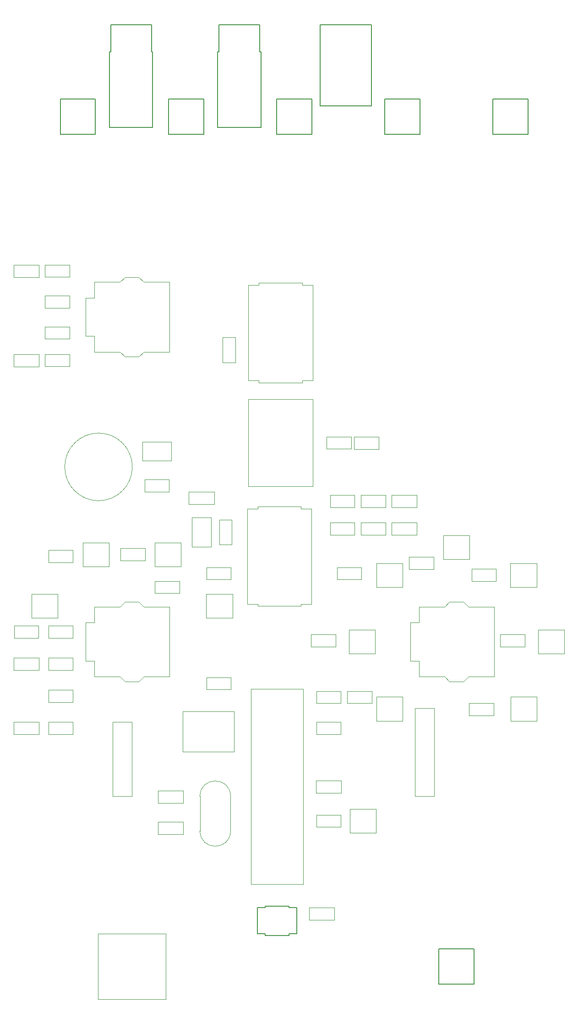
<source format=gbr>
%TF.GenerationSoftware,KiCad,Pcbnew,9.0.6*%
%TF.CreationDate,2026-02-15T15:53:08-05:00*%
%TF.ProjectId,Darkroom Timer,4461726b-726f-46f6-9d20-54696d65722e,rev?*%
%TF.SameCoordinates,Original*%
%TF.FileFunction,Other,User*%
%FSLAX46Y46*%
G04 Gerber Fmt 4.6, Leading zero omitted, Abs format (unit mm)*
G04 Created by KiCad (PCBNEW 9.0.6) date 2026-02-15 15:53:08*
%MOMM*%
%LPD*%
G01*
G04 APERTURE LIST*
%ADD10C,0.050000*%
%ADD11C,0.152400*%
G04 APERTURE END LIST*
D10*
%TO.C,C10*%
X98030000Y-104895000D02*
X102630000Y-104895000D01*
X98030000Y-107195000D02*
X98030000Y-104895000D01*
X102630000Y-104895000D02*
X102630000Y-107195000D01*
X102630000Y-107195000D02*
X98030000Y-107195000D01*
D11*
%TO.C,SW8*%
X96748800Y-31746699D02*
X96748800Y-38253300D01*
X96748800Y-38253300D02*
X103251200Y-38253300D01*
X103251200Y-31746699D02*
X96748800Y-31746699D01*
X103251200Y-38253300D02*
X103251200Y-31746699D01*
D10*
%TO.C,C5*%
X82790000Y-181095000D02*
X87390000Y-181095000D01*
X82790000Y-183395000D02*
X82790000Y-181095000D01*
X87390000Y-181095000D02*
X87390000Y-183395000D01*
X87390000Y-183395000D02*
X82790000Y-183395000D01*
%TO.C,D13*%
X90290000Y-162890000D02*
X90290000Y-167310000D01*
X90290000Y-167310000D02*
X95130000Y-167310000D01*
X95130000Y-162890000D02*
X90290000Y-162890000D01*
X95130000Y-167310000D02*
X95130000Y-162890000D01*
%TO.C,R10*%
X118050000Y-130630000D02*
X122610000Y-130630000D01*
X118050000Y-132890000D02*
X118050000Y-130630000D01*
X122610000Y-130630000D02*
X122610000Y-132890000D01*
X122610000Y-132890000D02*
X118050000Y-132890000D01*
%TO.C,Q3*%
X61115000Y-109060000D02*
X64615000Y-109060000D01*
X61115000Y-114460000D02*
X61115000Y-109060000D01*
X64615000Y-109060000D02*
X64615000Y-114460000D01*
X64615000Y-114460000D02*
X61115000Y-114460000D01*
%TO.C,R20*%
X33915000Y-73800000D02*
X38475000Y-73800000D01*
X33915000Y-76060000D02*
X33915000Y-73800000D01*
X38475000Y-73800000D02*
X38475000Y-76060000D01*
X38475000Y-76060000D02*
X33915000Y-76060000D01*
D11*
%TO.C,J1*%
X45844500Y-22990599D02*
X45844500Y-37011399D01*
X45844500Y-37011399D02*
X53845500Y-37011399D01*
X46085800Y-17986799D02*
X46085800Y-22990599D01*
X46085800Y-22990599D02*
X45844500Y-22990599D01*
X53604200Y-17986799D02*
X46085800Y-17986799D01*
X53604200Y-22990599D02*
X53604200Y-17986799D01*
X53845500Y-22990599D02*
X53604200Y-22990599D01*
X53845500Y-37011399D02*
X53845500Y-22990599D01*
%TO.C,SW6*%
X56748800Y-31746699D02*
X56748800Y-38253300D01*
X56748800Y-38253300D02*
X63251200Y-38253300D01*
X63251200Y-31746699D02*
X56748800Y-31746699D01*
X63251200Y-38253300D02*
X63251200Y-31746699D01*
D10*
%TO.C,R14*%
X84080000Y-163970000D02*
X88640000Y-163970000D01*
X84080000Y-166230000D02*
X84080000Y-163970000D01*
X88640000Y-163970000D02*
X88640000Y-166230000D01*
X88640000Y-166230000D02*
X84080000Y-166230000D01*
%TO.C,R9*%
X112777500Y-118565000D02*
X117337500Y-118565000D01*
X112777500Y-120825000D02*
X112777500Y-118565000D01*
X117337500Y-118565000D02*
X117337500Y-120825000D01*
X117337500Y-120825000D02*
X112777500Y-120825000D01*
%TO.C,R24*%
X34550000Y-129045000D02*
X39110000Y-129045000D01*
X34550000Y-131305000D02*
X34550000Y-129045000D01*
X39110000Y-129045000D02*
X39110000Y-131305000D01*
X39110000Y-131305000D02*
X34550000Y-131305000D01*
%TO.C,C1*%
X91045000Y-94100000D02*
X95645000Y-94100000D01*
X91045000Y-96400000D02*
X91045000Y-94100000D01*
X95645000Y-94100000D02*
X95645000Y-96400000D01*
X95645000Y-96400000D02*
X91045000Y-96400000D01*
%TO.C,R16*%
X84080000Y-146825000D02*
X88640000Y-146825000D01*
X84080000Y-149085000D02*
X84080000Y-146825000D01*
X88640000Y-146825000D02*
X88640000Y-149085000D01*
X88640000Y-149085000D02*
X84080000Y-149085000D01*
%TO.C,BZ1*%
X50075000Y-99695000D02*
G75*
G02*
X37575000Y-99695000I-6250000J0D01*
G01*
X37575000Y-99695000D02*
G75*
G02*
X50075000Y-99695000I6250000J0D01*
G01*
%TO.C,C2*%
X66160000Y-109460000D02*
X68460000Y-109460000D01*
X66160000Y-114060000D02*
X66160000Y-109460000D01*
X68460000Y-109460000D02*
X68460000Y-114060000D01*
X68460000Y-114060000D02*
X66160000Y-114060000D01*
%TO.C,R12*%
X85985000Y-94120000D02*
X90545000Y-94120000D01*
X85985000Y-96380000D02*
X85985000Y-94120000D01*
X90545000Y-94120000D02*
X90545000Y-96380000D01*
X90545000Y-96380000D02*
X85985000Y-96380000D01*
D11*
%TO.C,J3*%
X84785200Y-17986799D02*
X84785200Y-32998199D01*
X84785200Y-32998199D02*
X94284800Y-32998199D01*
X94284800Y-17986799D02*
X84785200Y-17986799D01*
X94284800Y-32998199D02*
X94284800Y-17986799D01*
D10*
%TO.C,SW11*%
X59385000Y-144840000D02*
X59635000Y-144840000D01*
X59385000Y-145090000D02*
X59385000Y-144840000D01*
X59385000Y-152090000D02*
X59385000Y-145090000D01*
X59385000Y-152090000D02*
X59385000Y-152340000D01*
X59385000Y-152340000D02*
X59635000Y-152340000D01*
X59635000Y-144840000D02*
X68635000Y-144840000D01*
X68635000Y-144840000D02*
X68885000Y-144840000D01*
X68635000Y-152340000D02*
X59635000Y-152340000D01*
X68635000Y-152340000D02*
X68885000Y-152340000D01*
X68885000Y-144840000D02*
X68885000Y-145090000D01*
X68885000Y-145090000D02*
X68885000Y-152090000D01*
X68885000Y-152340000D02*
X68885000Y-152090000D01*
%TO.C,U4*%
X71540000Y-87200000D02*
X71540000Y-103300000D01*
X71540000Y-87200000D02*
X83400000Y-87200000D01*
X71540000Y-103300000D02*
X83400000Y-103300000D01*
X83400000Y-87200000D02*
X83400000Y-103300000D01*
%TO.C,R2*%
X34550000Y-115075000D02*
X39110000Y-115075000D01*
X34550000Y-117335000D02*
X34550000Y-115075000D01*
X39110000Y-115075000D02*
X39110000Y-117335000D01*
X39110000Y-117335000D02*
X34550000Y-117335000D01*
%TO.C,SW1*%
X41450000Y-68450000D02*
X43050000Y-68450000D01*
X41450000Y-75550000D02*
X41450000Y-68450000D01*
X43050000Y-65550000D02*
X47800000Y-65550000D01*
X43050000Y-68450000D02*
X43050000Y-65550000D01*
X43050000Y-75550000D02*
X41450000Y-75550000D01*
X43050000Y-78450000D02*
X43050000Y-75550000D01*
X47800000Y-65550000D02*
X48700000Y-64650000D01*
X47800000Y-78450000D02*
X43050000Y-78450000D01*
X47800000Y-78450000D02*
X48700000Y-79350000D01*
X48700000Y-64650000D02*
X51300000Y-64650000D01*
X51300000Y-79350000D02*
X48700000Y-79350000D01*
X52200000Y-65550000D02*
X51300000Y-64650000D01*
X52200000Y-65550000D02*
X56950000Y-65550000D01*
X52200000Y-78450000D02*
X51300000Y-79350000D01*
X56950000Y-65550000D02*
X56950000Y-78450000D01*
X56950000Y-78450000D02*
X52200000Y-78450000D01*
%TO.C,R30*%
X63760000Y-118250000D02*
X68320000Y-118250000D01*
X63760000Y-120510000D02*
X63760000Y-118250000D01*
X68320000Y-118250000D02*
X68320000Y-120510000D01*
X68320000Y-120510000D02*
X63760000Y-120510000D01*
D11*
%TO.C,SW10*%
X106748800Y-188746699D02*
X106748800Y-195253300D01*
X106748800Y-195253300D02*
X113251200Y-195253300D01*
X113251200Y-188746699D02*
X106748800Y-188746699D01*
X113251200Y-195253300D02*
X113251200Y-188746699D01*
D10*
%TO.C,D9*%
X119965000Y-117490000D02*
X119965000Y-121910000D01*
X119965000Y-121910000D02*
X124805000Y-121910000D01*
X124805000Y-117490000D02*
X119965000Y-117490000D01*
X124805000Y-121910000D02*
X124805000Y-117490000D01*
%TO.C,D11*%
X120000000Y-142190000D02*
X120000000Y-146610000D01*
X120000000Y-146610000D02*
X124840000Y-146610000D01*
X124840000Y-142190000D02*
X120000000Y-142190000D01*
X124840000Y-146610000D02*
X124840000Y-142190000D01*
%TO.C,R27*%
X92335000Y-109995000D02*
X96895000Y-109995000D01*
X92335000Y-112255000D02*
X92335000Y-109995000D01*
X96895000Y-109995000D02*
X96895000Y-112255000D01*
X96895000Y-112255000D02*
X92335000Y-112255000D01*
%TO.C,R5*%
X89795000Y-141110000D02*
X94355000Y-141110000D01*
X89795000Y-143370000D02*
X89795000Y-141110000D01*
X94355000Y-141110000D02*
X94355000Y-143370000D01*
X94355000Y-143370000D02*
X89795000Y-143370000D01*
%TO.C,R4*%
X54235000Y-120790000D02*
X58795000Y-120790000D01*
X54235000Y-123050000D02*
X54235000Y-120790000D01*
X58795000Y-120790000D02*
X58795000Y-123050000D01*
X58795000Y-123050000D02*
X54235000Y-123050000D01*
%TO.C,R11*%
X112335000Y-143330000D02*
X116895000Y-143330000D01*
X112335000Y-145590000D02*
X112335000Y-143330000D01*
X116895000Y-143330000D02*
X116895000Y-145590000D01*
X116895000Y-145590000D02*
X112335000Y-145590000D01*
%TO.C,R17*%
X52330000Y-102050000D02*
X56890000Y-102050000D01*
X52330000Y-104310000D02*
X52330000Y-102050000D01*
X56890000Y-102050000D02*
X56890000Y-104310000D01*
X56890000Y-104310000D02*
X52330000Y-104310000D01*
D11*
%TO.C,J5*%
X65849500Y-22990599D02*
X65849500Y-37011399D01*
X65849500Y-37011399D02*
X73850500Y-37011399D01*
X66090800Y-17986799D02*
X66090800Y-22990599D01*
X66090800Y-22990599D02*
X65849500Y-22990599D01*
X73609200Y-17986799D02*
X66090800Y-17986799D01*
X73609200Y-22990599D02*
X73609200Y-17986799D01*
X73850500Y-22990599D02*
X73609200Y-22990599D01*
X73850500Y-37011399D02*
X73850500Y-22990599D01*
D10*
%TO.C,U1*%
X71540000Y-66120000D02*
X73470000Y-66120000D01*
X71540000Y-83740000D02*
X71540000Y-66120000D01*
X73470000Y-65730000D02*
X81470000Y-65730000D01*
X73470000Y-66120000D02*
X73470000Y-65730000D01*
X73470000Y-83740000D02*
X71540000Y-83740000D01*
X73470000Y-84130000D02*
X73470000Y-83740000D01*
X81470000Y-65730000D02*
X81470000Y-66120000D01*
X81470000Y-66120000D02*
X83400000Y-66120000D01*
X81470000Y-83740000D02*
X81470000Y-84130000D01*
X81470000Y-84130000D02*
X73470000Y-84130000D01*
X83400000Y-66120000D02*
X83400000Y-83740000D01*
X83400000Y-83740000D02*
X81470000Y-83740000D01*
%TO.C,D10*%
X125095000Y-129790000D02*
X125095000Y-134210000D01*
X125095000Y-134210000D02*
X129935000Y-134210000D01*
X129935000Y-129790000D02*
X125095000Y-129790000D01*
X129935000Y-134210000D02*
X129935000Y-129790000D01*
%TO.C,R25*%
X34550000Y-140898333D02*
X39110000Y-140898333D01*
X34550000Y-143158333D02*
X34550000Y-140898333D01*
X39110000Y-140898333D02*
X39110000Y-143158333D01*
X39110000Y-143158333D02*
X34550000Y-143158333D01*
%TO.C,D4*%
X63750000Y-123190000D02*
X63750000Y-127610000D01*
X63750000Y-127610000D02*
X68590000Y-127610000D01*
X68590000Y-123190000D02*
X63750000Y-123190000D01*
X68590000Y-127610000D02*
X68590000Y-123190000D01*
%TO.C,R1*%
X28200000Y-129045000D02*
X32760000Y-129045000D01*
X28200000Y-131305000D02*
X28200000Y-129045000D01*
X32760000Y-129045000D02*
X32760000Y-131305000D01*
X32760000Y-131305000D02*
X28200000Y-131305000D01*
%TO.C,R8*%
X101225000Y-116345000D02*
X105785000Y-116345000D01*
X101225000Y-118605000D02*
X101225000Y-116345000D01*
X105785000Y-116345000D02*
X105785000Y-118605000D01*
X105785000Y-118605000D02*
X101225000Y-118605000D01*
%TO.C,Y2*%
X62575000Y-166930000D02*
X62575000Y-160530000D01*
X68235000Y-160530000D02*
X68235000Y-166930000D01*
X62575000Y-160530000D02*
G75*
G02*
X68235000Y-160530000I2830000J0D01*
G01*
X68235000Y-166930000D02*
G75*
G02*
X62575000Y-166930000I-2830000J0D01*
G01*
%TO.C,D12*%
X60515000Y-104260000D02*
X65215000Y-104260000D01*
X60515000Y-106560000D02*
X60515000Y-104260000D01*
X65215000Y-106560000D02*
X60515000Y-106560000D01*
X65215000Y-106560000D02*
X65215000Y-104260000D01*
%TO.C,R18*%
X33915000Y-62370000D02*
X38475000Y-62370000D01*
X33915000Y-64630000D02*
X33915000Y-62370000D01*
X38475000Y-62370000D02*
X38475000Y-64630000D01*
X38475000Y-64630000D02*
X33915000Y-64630000D01*
%TO.C,J2*%
X46460000Y-146790000D02*
X50010000Y-146790000D01*
X46460000Y-160490000D02*
X46460000Y-146790000D01*
X50010000Y-146790000D02*
X50010000Y-160490000D01*
X50010000Y-160490000D02*
X46460000Y-160490000D01*
%TO.C,D8*%
X107539039Y-112310000D02*
X107539039Y-116730000D01*
X107539039Y-116730000D02*
X112379039Y-116730000D01*
X112379039Y-112310000D02*
X107539039Y-112310000D01*
X112379039Y-116730000D02*
X112379039Y-112310000D01*
%TO.C,D1*%
X31460000Y-123190000D02*
X31460000Y-127610000D01*
X31460000Y-127610000D02*
X36300000Y-127610000D01*
X36300000Y-123190000D02*
X31460000Y-123190000D01*
X36300000Y-127610000D02*
X36300000Y-123190000D01*
%TO.C,R7*%
X87890000Y-118250000D02*
X92450000Y-118250000D01*
X87890000Y-120510000D02*
X87890000Y-118250000D01*
X92450000Y-118250000D02*
X92450000Y-120510000D01*
X92450000Y-120510000D02*
X87890000Y-120510000D01*
%TO.C,C6*%
X28180000Y-78860000D02*
X32780000Y-78860000D01*
X28180000Y-81160000D02*
X28180000Y-78860000D01*
X32780000Y-78860000D02*
X32780000Y-81160000D01*
X32780000Y-81160000D02*
X28180000Y-81160000D01*
%TO.C,C9*%
X28180000Y-146805000D02*
X32780000Y-146805000D01*
X28180000Y-149105000D02*
X28180000Y-146805000D01*
X32780000Y-146805000D02*
X32780000Y-149105000D01*
X32780000Y-149105000D02*
X28180000Y-149105000D01*
%TO.C,R22*%
X34550000Y-134971667D02*
X39110000Y-134971667D01*
X34550000Y-137231667D02*
X34550000Y-134971667D01*
X39110000Y-134971667D02*
X39110000Y-137231667D01*
X39110000Y-137231667D02*
X34550000Y-137231667D01*
%TO.C,SW4*%
X43770000Y-185910000D02*
X56230000Y-185910000D01*
X43770000Y-198070000D02*
X43770000Y-185910000D01*
X56230000Y-185910000D02*
X56230000Y-198070000D01*
X56230000Y-198070000D02*
X43770000Y-198070000D01*
%TO.C,R28*%
X86620000Y-104915000D02*
X91180000Y-104915000D01*
X86620000Y-107175000D02*
X86620000Y-104915000D01*
X91180000Y-104915000D02*
X91180000Y-107175000D01*
X91180000Y-107175000D02*
X86620000Y-107175000D01*
%TO.C,D2*%
X40960000Y-113690000D02*
X40960000Y-118110000D01*
X40960000Y-118110000D02*
X45800000Y-118110000D01*
X45800000Y-113690000D02*
X40960000Y-113690000D01*
X45800000Y-118110000D02*
X45800000Y-113690000D01*
%TO.C,C13*%
X54850000Y-159505000D02*
X59450000Y-159505000D01*
X54850000Y-161805000D02*
X54850000Y-159505000D01*
X59450000Y-159505000D02*
X59450000Y-161805000D01*
X59450000Y-161805000D02*
X54850000Y-161805000D01*
D11*
%TO.C,U5*%
X73228200Y-181076600D02*
X74625200Y-181076600D01*
X73228200Y-185953400D02*
X73228200Y-181076600D01*
X73228200Y-185953400D02*
X74625200Y-185953400D01*
X74625200Y-180809900D02*
X79044800Y-180809900D01*
X74625200Y-181076600D02*
X74625200Y-180809900D01*
X74625200Y-186220100D02*
X74625200Y-185953400D01*
X79044800Y-180809900D02*
X79044800Y-181076600D01*
X79044800Y-185953400D02*
X79044800Y-186220100D01*
X79044800Y-186220100D02*
X74625200Y-186220100D01*
X80441800Y-181076600D02*
X79044800Y-181076600D01*
X80441800Y-181076600D02*
X80441800Y-185953400D01*
X80441800Y-185953400D02*
X79044800Y-185953400D01*
D10*
%TO.C,R13*%
X63760000Y-138570000D02*
X68320000Y-138570000D01*
X63760000Y-140830000D02*
X63760000Y-138570000D01*
X68320000Y-138570000D02*
X68320000Y-140830000D01*
X68320000Y-140830000D02*
X63760000Y-140830000D01*
%TO.C,U2*%
X71335000Y-107395000D02*
X73265000Y-107395000D01*
X71335000Y-125015000D02*
X71335000Y-107395000D01*
X73265000Y-107005000D02*
X81265000Y-107005000D01*
X73265000Y-107395000D02*
X73265000Y-107005000D01*
X73265000Y-125015000D02*
X71335000Y-125015000D01*
X73265000Y-125405000D02*
X73265000Y-125015000D01*
X81265000Y-107005000D02*
X81265000Y-107395000D01*
X81265000Y-107395000D02*
X83195000Y-107395000D01*
X81265000Y-125015000D02*
X81265000Y-125405000D01*
X81265000Y-125405000D02*
X73265000Y-125405000D01*
X83195000Y-107395000D02*
X83195000Y-125015000D01*
X83195000Y-125015000D02*
X81265000Y-125015000D01*
%TO.C,SW3*%
X101450000Y-128450000D02*
X103050000Y-128450000D01*
X101450000Y-135550000D02*
X101450000Y-128450000D01*
X103050000Y-125550000D02*
X107800000Y-125550000D01*
X103050000Y-128450000D02*
X103050000Y-125550000D01*
X103050000Y-135550000D02*
X101450000Y-135550000D01*
X103050000Y-138450000D02*
X103050000Y-135550000D01*
X107800000Y-125550000D02*
X108700000Y-124650000D01*
X107800000Y-138450000D02*
X103050000Y-138450000D01*
X107800000Y-138450000D02*
X108700000Y-139350000D01*
X108700000Y-124650000D02*
X111300000Y-124650000D01*
X111300000Y-139350000D02*
X108700000Y-139350000D01*
X112200000Y-125550000D02*
X111300000Y-124650000D01*
X112200000Y-125550000D02*
X116950000Y-125550000D01*
X112200000Y-138450000D02*
X111300000Y-139350000D01*
X116950000Y-125550000D02*
X116950000Y-138450000D01*
X116950000Y-138450000D02*
X112200000Y-138450000D01*
D11*
%TO.C,SW5*%
X36748800Y-31746699D02*
X36748800Y-38253300D01*
X36748800Y-38253300D02*
X43251200Y-38253300D01*
X43251200Y-31746699D02*
X36748800Y-31746699D01*
X43251200Y-38253300D02*
X43251200Y-31746699D01*
D10*
%TO.C,D7*%
X95185000Y-117490000D02*
X95185000Y-121910000D01*
X95185000Y-121910000D02*
X100025000Y-121910000D01*
X100025000Y-117490000D02*
X95185000Y-117490000D01*
X100025000Y-121910000D02*
X100025000Y-117490000D01*
%TO.C,D3*%
X54250000Y-113690000D02*
X54250000Y-118110000D01*
X54250000Y-118110000D02*
X59090000Y-118110000D01*
X59090000Y-113690000D02*
X54250000Y-113690000D01*
X59090000Y-118110000D02*
X59090000Y-113690000D01*
%TO.C,R3*%
X47885000Y-114755000D02*
X52445000Y-114755000D01*
X47885000Y-117015000D02*
X47885000Y-114755000D01*
X52445000Y-114755000D02*
X52445000Y-117015000D01*
X52445000Y-117015000D02*
X47885000Y-117015000D01*
D11*
%TO.C,SW9*%
X116748800Y-31746699D02*
X116748800Y-38253300D01*
X116748800Y-38253300D02*
X123251200Y-38253300D01*
X123251200Y-31746699D02*
X116748800Y-31746699D01*
X123251200Y-38253300D02*
X123251200Y-31746699D01*
D10*
%TO.C,J4*%
X102340000Y-144250000D02*
X105890000Y-144250000D01*
X102340000Y-160500000D02*
X102340000Y-144250000D01*
X105890000Y-144250000D02*
X105890000Y-160500000D01*
X105890000Y-160500000D02*
X102340000Y-160500000D01*
%TO.C,R26*%
X92335000Y-104915000D02*
X96895000Y-104915000D01*
X92335000Y-107175000D02*
X92335000Y-104915000D01*
X96895000Y-104915000D02*
X96895000Y-107175000D01*
X96895000Y-107175000D02*
X92335000Y-107175000D01*
%TO.C,C7*%
X28180000Y-62350000D02*
X32780000Y-62350000D01*
X28180000Y-64650000D02*
X28180000Y-62350000D01*
X32780000Y-62350000D02*
X32780000Y-64650000D01*
X32780000Y-64650000D02*
X28180000Y-64650000D01*
%TO.C,Q1*%
X51910000Y-95080000D02*
X57310000Y-95080000D01*
X51910000Y-98580000D02*
X51910000Y-95080000D01*
X57310000Y-95080000D02*
X57310000Y-98580000D01*
X57310000Y-98580000D02*
X51910000Y-98580000D01*
%TO.C,C12*%
X98030000Y-109975000D02*
X102630000Y-109975000D01*
X98030000Y-112275000D02*
X98030000Y-109975000D01*
X102630000Y-109975000D02*
X102630000Y-112275000D01*
X102630000Y-112275000D02*
X98030000Y-112275000D01*
%TO.C,C3*%
X66795000Y-75805000D02*
X69095000Y-75805000D01*
X66795000Y-80405000D02*
X66795000Y-75805000D01*
X69095000Y-75805000D02*
X69095000Y-80405000D01*
X69095000Y-80405000D02*
X66795000Y-80405000D01*
%TO.C,C8*%
X28180000Y-134951667D02*
X32780000Y-134951667D01*
X28180000Y-137251667D02*
X28180000Y-134951667D01*
X32780000Y-134951667D02*
X32780000Y-137251667D01*
X32780000Y-137251667D02*
X28180000Y-137251667D01*
%TO.C,R23*%
X34550000Y-146825000D02*
X39110000Y-146825000D01*
X34550000Y-149085000D02*
X34550000Y-146825000D01*
X39110000Y-146825000D02*
X39110000Y-149085000D01*
X39110000Y-149085000D02*
X34550000Y-149085000D01*
%TO.C,D6*%
X90105000Y-129790000D02*
X90105000Y-134210000D01*
X90105000Y-134210000D02*
X94945000Y-134210000D01*
X94945000Y-129790000D02*
X90105000Y-129790000D01*
X94945000Y-134210000D02*
X94945000Y-129790000D01*
%TO.C,R19*%
X33915000Y-78880000D02*
X38475000Y-78880000D01*
X33915000Y-81140000D02*
X33915000Y-78880000D01*
X38475000Y-78880000D02*
X38475000Y-81140000D01*
X38475000Y-81140000D02*
X33915000Y-81140000D01*
%TO.C,D5*%
X95200000Y-142190000D02*
X95200000Y-146610000D01*
X95200000Y-146610000D02*
X100040000Y-146610000D01*
X100040000Y-142190000D02*
X95200000Y-142190000D01*
X100040000Y-146610000D02*
X100040000Y-142190000D01*
%TO.C,C4*%
X84060000Y-157600000D02*
X88660000Y-157600000D01*
X84060000Y-159900000D02*
X84060000Y-157600000D01*
X88660000Y-157600000D02*
X88660000Y-159900000D01*
X88660000Y-159900000D02*
X84060000Y-159900000D01*
%TO.C,SW2*%
X41450000Y-128450000D02*
X43050000Y-128450000D01*
X41450000Y-135550000D02*
X41450000Y-128450000D01*
X43050000Y-125550000D02*
X47800000Y-125550000D01*
X43050000Y-128450000D02*
X43050000Y-125550000D01*
X43050000Y-135550000D02*
X41450000Y-135550000D01*
X43050000Y-138450000D02*
X43050000Y-135550000D01*
X47800000Y-125550000D02*
X48700000Y-124650000D01*
X47800000Y-138450000D02*
X43050000Y-138450000D01*
X47800000Y-138450000D02*
X48700000Y-139350000D01*
X48700000Y-124650000D02*
X51300000Y-124650000D01*
X51300000Y-139350000D02*
X48700000Y-139350000D01*
X52200000Y-125550000D02*
X51300000Y-124650000D01*
X52200000Y-125550000D02*
X56950000Y-125550000D01*
X52200000Y-138450000D02*
X51300000Y-139350000D01*
X56950000Y-125550000D02*
X56950000Y-138450000D01*
X56950000Y-138450000D02*
X52200000Y-138450000D01*
%TO.C,C11*%
X54850000Y-165220000D02*
X59450000Y-165220000D01*
X54850000Y-167520000D02*
X54850000Y-165220000D01*
X59450000Y-165220000D02*
X59450000Y-167520000D01*
X59450000Y-167520000D02*
X54850000Y-167520000D01*
%TO.C,R21*%
X33915000Y-68085000D02*
X38475000Y-68085000D01*
X33915000Y-70345000D02*
X33915000Y-68085000D01*
X38475000Y-68085000D02*
X38475000Y-70345000D01*
X38475000Y-70345000D02*
X33915000Y-70345000D01*
%TO.C,R15*%
X84080000Y-141110000D02*
X88640000Y-141110000D01*
X84080000Y-143370000D02*
X84080000Y-141110000D01*
X88640000Y-141110000D02*
X88640000Y-143370000D01*
X88640000Y-143370000D02*
X84080000Y-143370000D01*
%TO.C,R29*%
X86620000Y-109995000D02*
X91180000Y-109995000D01*
X86620000Y-112255000D02*
X86620000Y-109995000D01*
X91180000Y-109995000D02*
X91180000Y-112255000D01*
X91180000Y-112255000D02*
X86620000Y-112255000D01*
%TO.C,U3*%
X71965000Y-140710000D02*
X81695000Y-140710000D01*
X81695000Y-176790000D01*
X71965000Y-176790000D01*
X71965000Y-140710000D01*
D11*
%TO.C,SW7*%
X76748800Y-31746699D02*
X76748800Y-38253300D01*
X76748800Y-38253300D02*
X83251200Y-38253300D01*
X83251200Y-31746699D02*
X76748800Y-31746699D01*
X83251200Y-38253300D02*
X83251200Y-31746699D01*
D10*
%TO.C,R6*%
X83125000Y-130630000D02*
X87685000Y-130630000D01*
X83125000Y-132890000D02*
X83125000Y-130630000D01*
X87685000Y-130630000D02*
X87685000Y-132890000D01*
X87685000Y-132890000D02*
X83125000Y-132890000D01*
%TD*%
M02*

</source>
